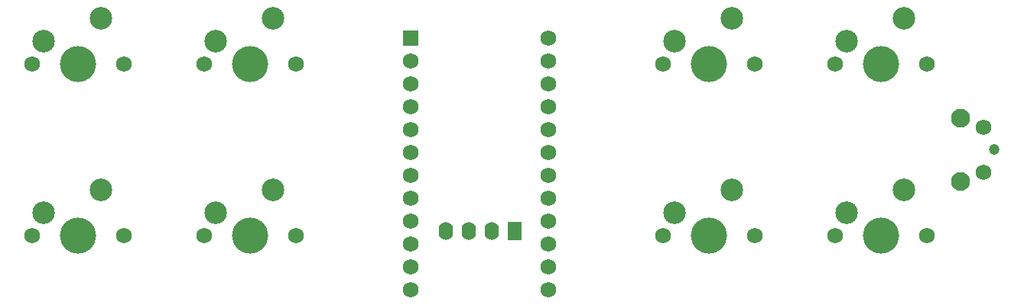
<source format=gbr>
%TF.GenerationSoftware,KiCad,Pcbnew,(6.0.4)*%
%TF.CreationDate,2022-05-04T20:00:02+02:00*%
%TF.ProjectId,TutelPad,54757465-6c50-4616-942e-6b696361645f,rev1.0*%
%TF.SameCoordinates,Original*%
%TF.FileFunction,Soldermask,Top*%
%TF.FilePolarity,Negative*%
%FSLAX46Y46*%
G04 Gerber Fmt 4.6, Leading zero omitted, Abs format (unit mm)*
G04 Created by KiCad (PCBNEW (6.0.4)) date 2022-05-04 20:00:02*
%MOMM*%
%LPD*%
G01*
G04 APERTURE LIST*
%ADD10C,1.750000*%
%ADD11C,4.000000*%
%ADD12C,2.500000*%
%ADD13C,2.100000*%
%ADD14C,1.200000*%
%ADD15R,1.600000X2.000000*%
%ADD16O,1.600000X2.000000*%
%ADD17R,1.752600X1.752600*%
%ADD18C,1.752600*%
G04 APERTURE END LIST*
D10*
%TO.C,MX8*%
X192972811Y-109763439D03*
D11*
X198052811Y-109763439D03*
D10*
X203132811Y-109763439D03*
D12*
X194242811Y-107223439D03*
X200592811Y-104683439D03*
%TD*%
D10*
%TO.C,MX5*%
X104072811Y-109763439D03*
X114232811Y-109763439D03*
D11*
X109152811Y-109763439D03*
D12*
X105342811Y-107223439D03*
X111692811Y-104683439D03*
%TD*%
D10*
%TO.C,MX6*%
X123122811Y-109763439D03*
X133282811Y-109763439D03*
D11*
X128202811Y-109763439D03*
D12*
X124392811Y-107223439D03*
X130742811Y-104683439D03*
%TD*%
D13*
%TO.C,SW1*%
X206876250Y-103728439D03*
D14*
X210576250Y-100218439D03*
D13*
X206876250Y-96718439D03*
D10*
X209366250Y-97718439D03*
X209366250Y-102718439D03*
%TD*%
D11*
%TO.C,MX3*%
X179002811Y-90713439D03*
D10*
X184082811Y-90713439D03*
X173922811Y-90713439D03*
D12*
X175192811Y-88173439D03*
X181542811Y-85633439D03*
%TD*%
D11*
%TO.C,MX7*%
X179002811Y-109763439D03*
D10*
X173922811Y-109763439D03*
X184082811Y-109763439D03*
D12*
X175192811Y-107223439D03*
X181542811Y-104683439D03*
%TD*%
D15*
%TO.C,OL1*%
X157518750Y-109243439D03*
D16*
X154978750Y-109243439D03*
X152438750Y-109243439D03*
X149898750Y-109243439D03*
%TD*%
D10*
%TO.C,MX2*%
X133282811Y-90713439D03*
D11*
X128202811Y-90713439D03*
D10*
X123122811Y-90713439D03*
D12*
X124392811Y-88173439D03*
X130742811Y-85633439D03*
%TD*%
D11*
%TO.C,MX1*%
X109152811Y-90713439D03*
D10*
X114232811Y-90713439D03*
X104072811Y-90713439D03*
D12*
X105342811Y-88173439D03*
X111692811Y-85633439D03*
%TD*%
D17*
%TO.C,U1*%
X145982811Y-87855939D03*
D18*
X145982811Y-90395939D03*
X145982811Y-92935939D03*
X145982811Y-95475939D03*
X145982811Y-98015939D03*
X145982811Y-100555939D03*
X145982811Y-103095939D03*
X145982811Y-105635939D03*
X145982811Y-108175939D03*
X145982811Y-110715939D03*
X145982811Y-113255939D03*
X145982811Y-115795939D03*
X161222811Y-115795939D03*
X161222811Y-113255939D03*
X161222811Y-110715939D03*
X161222811Y-108175939D03*
X161222811Y-105635939D03*
X161222811Y-103095939D03*
X161222811Y-100555939D03*
X161222811Y-98015939D03*
X161222811Y-95475939D03*
X161222811Y-92935939D03*
X161222811Y-90395939D03*
X161222811Y-87855939D03*
%TD*%
D10*
%TO.C,MX4*%
X192972811Y-90713439D03*
X203132811Y-90713439D03*
D11*
X198052811Y-90713439D03*
D12*
X194242811Y-88173439D03*
X200592811Y-85633439D03*
%TD*%
M02*

</source>
